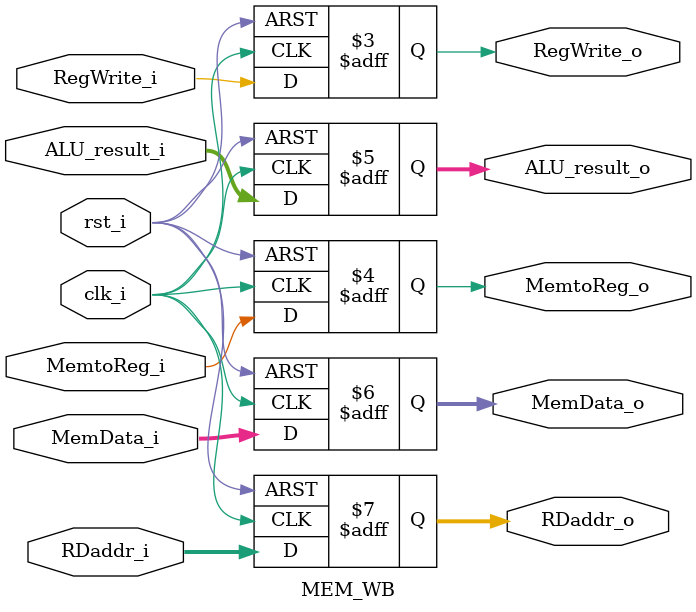
<source format=v>
module MEM_WB (
    clk_i,
    rst_i,
    RegWrite_i,
    MemtoReg_i,
    ALU_result_i,
    MemData_i,
    RDaddr_i,

    RegWrite_o,
    MemtoReg_o,
    ALU_result_o,
    MemData_o,
    RDaddr_o
);

input                       clk_i, rst_i;
input                       RegWrite_i;
input                       MemtoReg_i;
input signed        [31:0]  ALU_result_i;
input signed        [31:0]  MemData_i;
input               [4:0]   RDaddr_i;

output reg                  RegWrite_o;
output reg                  MemtoReg_o;
output reg signed   [31:0]  ALU_result_o;
output reg signed   [31:0]  MemData_o;
output reg          [4:0]   RDaddr_o;

always @(posedge clk_i or posedge rst_i) begin
    if (rst_i == 1) begin
        RegWrite_o <= 0;
        MemtoReg_o <= 0;
        ALU_result_o <= 0;
        MemData_o <= 0;
        RDaddr_o <= 0;
    end
    else begin
        RegWrite_o <= RegWrite_i;
        MemtoReg_o <= MemtoReg_i;
        ALU_result_o <= ALU_result_i;
        MemData_o <= MemData_i;
        RDaddr_o <= RDaddr_i;
    end
end

endmodule
</source>
